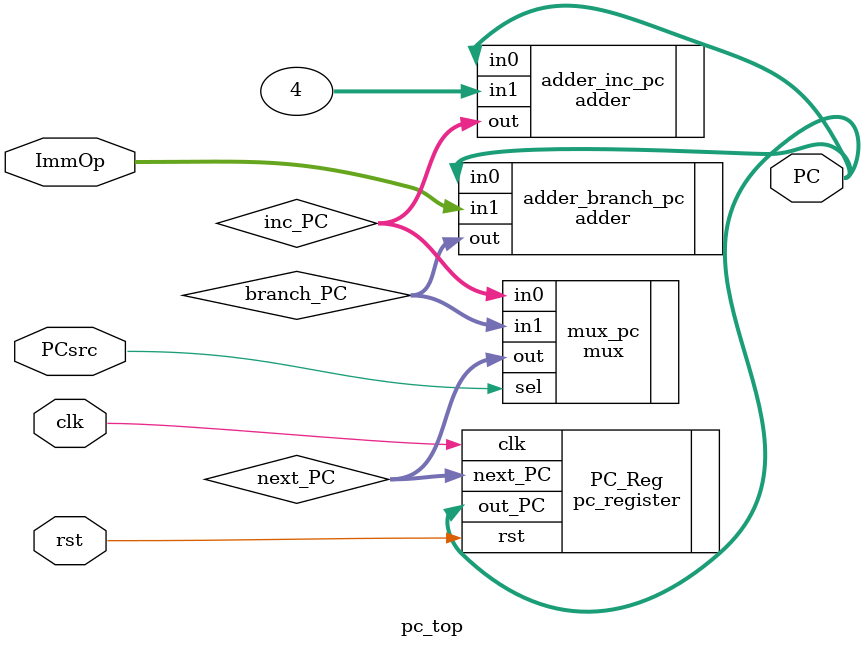
<source format=sv>
module pc_top # (
    parameter DATA_WIDTH = 32
) (
    input logic clk,
    input logic rst,
    input logic PCsrc, // mux sel line: select PC + Imm if 1, else select PC + 4 (increment by 4 bytes)
    input logic [DATA_WIDTH-1:0] ImmOp,
    output logic [DATA_WIDTH-1:0] PC
);

    wire [DATA_WIDTH-1:0] branch_PC;
    wire [DATA_WIDTH-1:0] inc_PC;
    wire [DATA_WIDTH-1:0] next_PC;

    mux mux_pc (
        .in0 (inc_PC),
        .in1 (branch_PC),
        .sel (PCsrc),
        .out (next_PC)
    );

    adder adder_branch_pc (
        .in0 (PC),
        .in1 (ImmOp),
        .out (branch_PC)
    );

    adder adder_inc_pc (
        .in0 (PC),
        .in1 (4),
        .out (inc_PC)
    );

    pc_register PC_Reg (
        .clk (clk),
        .rst (rst),
        .next_PC (next_PC),
        .out_PC (PC)
    );

endmodule

</source>
